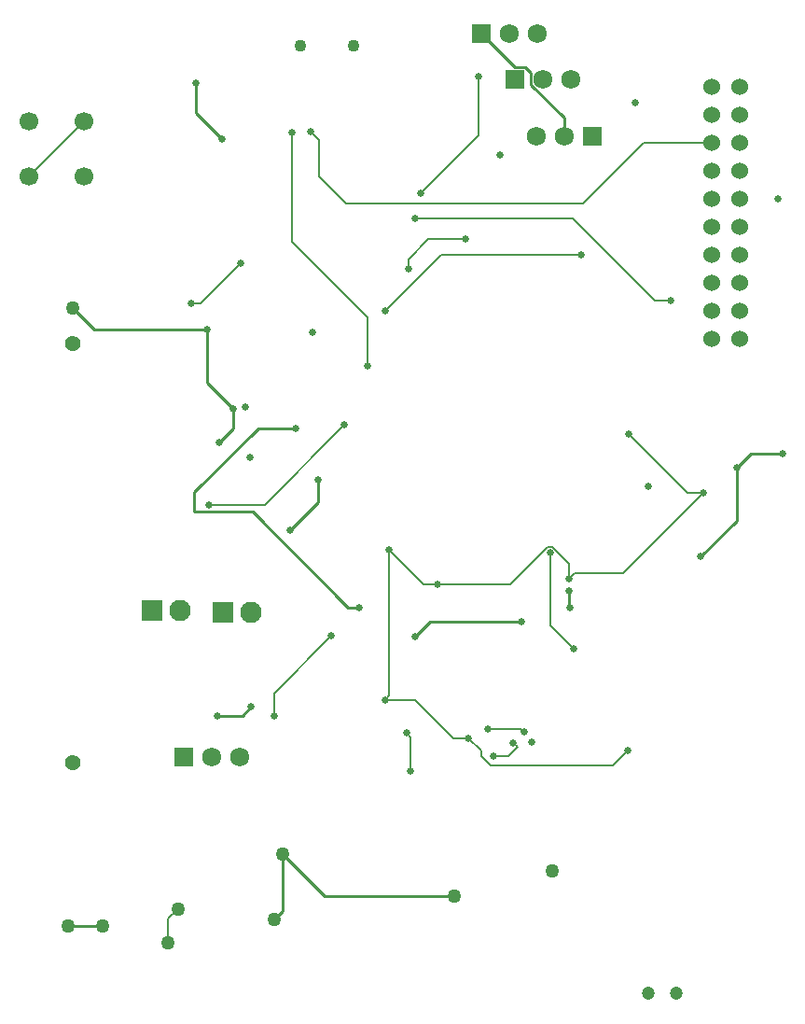
<source format=gbl>
G04*
G04 #@! TF.GenerationSoftware,Altium Limited,Altium Designer,18.1.9 (240)*
G04*
G04 Layer_Physical_Order=4*
G04 Layer_Color=16711680*
%FSLAX25Y25*%
%MOIN*%
G70*
G01*
G75*
%ADD13C,0.01000*%
%ADD60C,0.00600*%
%ADD61R,0.06575X0.06575*%
%ADD62C,0.06791*%
%ADD63C,0.06000*%
%ADD64C,0.04724*%
%ADD65C,0.06693*%
%ADD66C,0.04331*%
%ADD67C,0.05610*%
%ADD68R,0.07433X0.07433*%
%ADD69C,0.07677*%
%ADD70C,0.02500*%
%ADD71C,0.05000*%
D13*
X316949Y277227D02*
X317178Y276999D01*
X316949Y277227D02*
Y283233D01*
X200051Y238500D02*
X203278Y241727D01*
X191156Y238500D02*
X200051D01*
X217078Y304595D02*
X227083Y314600D01*
Y322695D01*
X237945Y277247D02*
X241934D01*
X203663Y311529D02*
X237945Y277247D01*
X182887Y311529D02*
X203663D01*
X285368Y482205D02*
X297620Y469953D01*
X301202D01*
X303104Y468050D01*
Y463845D02*
Y468050D01*
Y463845D02*
X315000Y451949D01*
Y445388D02*
Y451949D01*
X187500Y357478D02*
X196882Y348095D01*
X187500Y357478D02*
Y376500D01*
X191793Y336095D02*
X196882Y341185D01*
Y348095D01*
X139500Y384000D02*
X147000Y376500D01*
X187500D01*
X183339Y453804D02*
X192678Y444465D01*
X183339Y453804D02*
Y464568D01*
X137693Y163547D02*
X150000D01*
X211500Y165787D02*
X214366Y168654D01*
Y189000D01*
X229366Y174000D01*
X275874D01*
X205696Y341091D02*
X219220D01*
X182887Y318282D02*
X205696Y341091D01*
X182887Y311529D02*
Y318282D01*
X261855Y266708D02*
X267277Y272129D01*
X299843D01*
X363815Y295266D02*
X376725Y308175D01*
Y326963D01*
X381804Y332043D01*
X393000D01*
D60*
X224434Y447194D02*
X227605Y444023D01*
Y431157D02*
Y444023D01*
Y431157D02*
X237262Y421500D01*
X321918D01*
X343418Y443000D01*
X367949D01*
X299601Y233672D02*
X300678Y232595D01*
X287627Y233672D02*
X299601D01*
X258678Y232294D02*
X260178Y230794D01*
Y218709D02*
Y230794D01*
X269662Y285384D02*
X295853D01*
X264742D02*
X269662D01*
X316949Y287504D02*
Y292621D01*
X311560Y298010D02*
X316949Y292621D01*
X311560Y298010D02*
X311560D01*
X310869Y298701D02*
X311560Y298010D01*
X309171Y298701D02*
X310869D01*
X295853Y285384D02*
X309171Y298701D01*
X359233Y318131D02*
X364949D01*
X338129Y339234D02*
X359233Y318131D01*
X284307Y445709D02*
Y466699D01*
X263803Y425206D02*
X284307Y445709D01*
X261807Y416206D02*
X318000D01*
X347500Y386706D01*
X353091D01*
X259303Y398206D02*
Y401574D01*
X266435Y408706D01*
X279807D01*
X251071Y383000D02*
X271071Y403000D01*
X321000D01*
X185115Y385733D02*
X199422Y400040D01*
X181890Y385733D02*
X185115D01*
X244745Y363375D02*
Y380833D01*
X217666Y407912D02*
X244745Y380833D01*
X217666Y407912D02*
Y446765D01*
X123657Y431157D02*
X143343Y450843D01*
X208020Y313823D02*
X236520Y342323D01*
X188107Y313823D02*
X208020D01*
X316949Y287504D02*
X318714Y289269D01*
X336088D01*
X364949Y318131D01*
X251071Y244198D02*
X261882D01*
X275504Y230577D01*
X280949D01*
X251071Y244198D02*
X252497Y245624D01*
Y297629D01*
X264742Y285384D01*
X310020Y270872D02*
X318449Y262443D01*
X310020Y270872D02*
Y296651D01*
X332441Y220690D02*
X337949Y226199D01*
X288872Y220690D02*
X332441D01*
X285449Y224113D02*
X288872Y220690D01*
X285449Y224113D02*
Y226077D01*
X280949Y230577D02*
X285449Y226077D01*
X296868Y228914D02*
X298331Y227451D01*
X295015Y224135D02*
X298331Y227451D01*
X289949Y224135D02*
X295015D01*
X211360Y246441D02*
X231919Y267000D01*
X211360Y238500D02*
Y246441D01*
X173587Y166087D02*
X177000Y169500D01*
X173587Y157547D02*
Y166087D01*
D61*
X179252Y223610D02*
D03*
X297500Y465665D02*
D03*
X325000Y445388D02*
D03*
X285368Y482205D02*
D03*
D62*
X189252Y223610D02*
D03*
X199252D02*
D03*
X307500Y465665D02*
D03*
X317500D02*
D03*
X305000Y445388D02*
D03*
X315000D02*
D03*
X305368Y482205D02*
D03*
X295368D02*
D03*
D63*
X367949Y373000D02*
D03*
X377949D02*
D03*
X367949Y383000D02*
D03*
X377949D02*
D03*
X367949Y393000D02*
D03*
X377949D02*
D03*
X367949Y403000D02*
D03*
X377949D02*
D03*
X367949Y413000D02*
D03*
X377949D02*
D03*
X367949Y423000D02*
D03*
X377949D02*
D03*
X367949Y433000D02*
D03*
X377949D02*
D03*
X367949Y443000D02*
D03*
X377949D02*
D03*
X367949Y453000D02*
D03*
X377949D02*
D03*
X367949Y463000D02*
D03*
X377949D02*
D03*
D64*
X345225Y139500D02*
D03*
X355225D02*
D03*
D65*
X143343Y431157D02*
D03*
Y450843D02*
D03*
X123657D02*
D03*
Y431157D02*
D03*
D66*
X220642Y477705D02*
D03*
X239854D02*
D03*
D67*
X139500Y221870D02*
D03*
Y371476D02*
D03*
D68*
X167925Y276000D02*
D03*
X193000Y275335D02*
D03*
D69*
X177925Y276000D02*
D03*
X203000Y275335D02*
D03*
D70*
X316949Y283233D02*
D03*
X317178Y276999D02*
D03*
X203278Y241727D02*
D03*
X201147Y348761D02*
D03*
X300678Y232595D02*
D03*
X287627Y233672D02*
D03*
X258678Y232294D02*
D03*
X260178Y218709D02*
D03*
X217078Y304595D02*
D03*
X227083Y322695D02*
D03*
X191793Y336095D02*
D03*
X196882Y348095D02*
D03*
X192678Y444465D02*
D03*
X241934Y277247D02*
D03*
X261855Y266708D02*
D03*
X299843Y272129D02*
D03*
X269662Y285384D02*
D03*
X338129Y339234D02*
D03*
X263803Y425206D02*
D03*
X284307Y466699D02*
D03*
X292224Y438706D02*
D03*
X353091Y386706D02*
D03*
X261807Y416206D02*
D03*
X279807Y408706D02*
D03*
X259303Y398206D02*
D03*
X321000Y403000D02*
D03*
X251071Y383000D02*
D03*
X391500Y423000D02*
D03*
X224434Y447194D02*
D03*
X199422Y400040D02*
D03*
X181890Y385733D02*
D03*
X217666Y446765D02*
D03*
X244745Y363375D02*
D03*
X225268Y375268D02*
D03*
X187500Y376500D02*
D03*
X183339Y464568D02*
D03*
X219220Y341091D02*
D03*
X188107Y313823D02*
D03*
X236520Y342323D02*
D03*
X340500Y457500D02*
D03*
X202695Y330829D02*
D03*
X393000Y332043D02*
D03*
X376725Y326963D02*
D03*
X345225Y320351D02*
D03*
X364949Y318131D02*
D03*
X303449Y229199D02*
D03*
X296868Y228914D02*
D03*
X363815Y295266D02*
D03*
X337949Y226199D02*
D03*
X280949Y230577D02*
D03*
X252497Y297629D02*
D03*
X318449Y262443D02*
D03*
X316949Y287504D02*
D03*
X310020Y296651D02*
D03*
X289949Y224135D02*
D03*
X251071Y244198D02*
D03*
X231919Y267000D02*
D03*
X211360Y238500D02*
D03*
X191156D02*
D03*
D71*
X214366Y189000D02*
D03*
X177000Y169500D02*
D03*
X173587Y157547D02*
D03*
X211500Y165787D02*
D03*
X310807Y183047D02*
D03*
X275874Y174000D02*
D03*
X139500Y384000D02*
D03*
X150000Y163547D02*
D03*
X137693D02*
D03*
M02*

</source>
